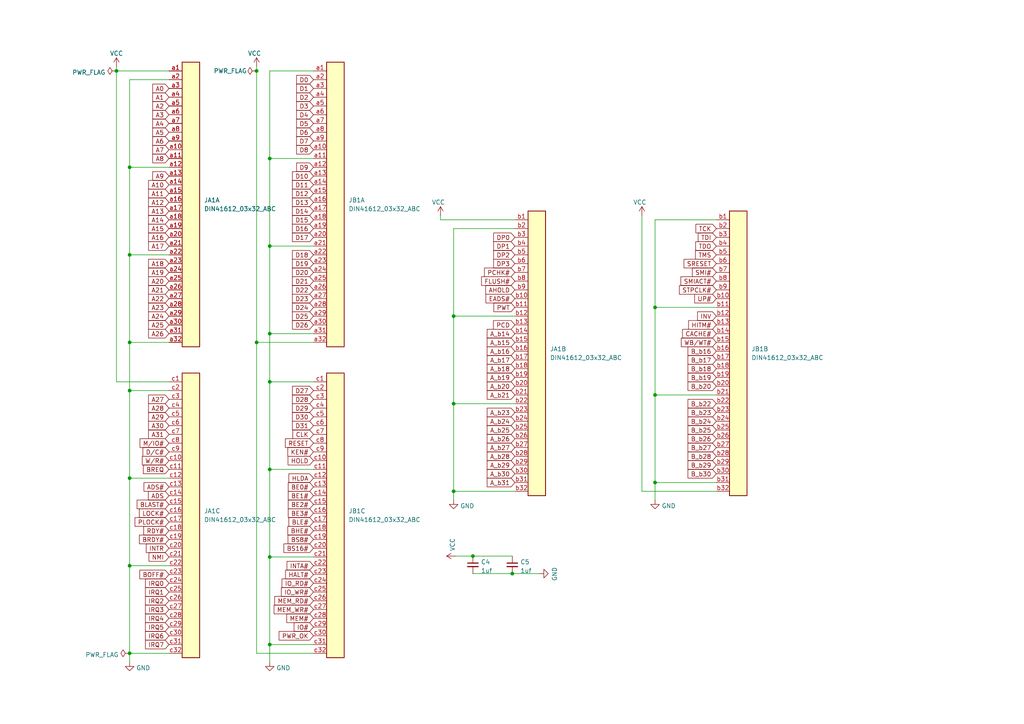
<source format=kicad_sch>
(kicad_sch (version 20211123) (generator eeschema)
  (paper "A4")
  (lib_symbols
    (symbol "Device:C_Small" (pin_numbers hide) (pin_names (offset 0.254) hide)
      (property "Reference" "C" (at 0.254 1.778 0))
      (property "Value" "C_Small" (at 0.254 -2.032 0))
      (symbol "C_Small_0_1"
        (polyline (pts (xy -1.524 -0.508) (xy 1.524 -0.508)) (stroke (width 0.3302)))
        (polyline (pts (xy -1.524 0.508) (xy 1.524 0.508)) (stroke (width 0.3048)))
      )
      (symbol "C_Small_1_1"
        (pin passive line (at 0 2.54 270) (length 2.032) (name "~") (number "1"))
        (pin passive line (at 0 -2.54 90) (length 2.032) (name "~") (number "2"))
      )
    )
    (symbol "Private Lib:DIN41612_03x32_ABC"
      (property "Reference" "U" (at 0 0 0))
      (property "Value" "DIN41612_03x32_ABC" (at 0 2.54 0))
      (symbol "DIN41612_03x32_ABC_0_1"
        (rectangle (start -2.54 -2.54) (end 2.54 -85.09) (stroke (width 0.254)) (fill (type background)))
      )
      (symbol "DIN41612_03x32_ABC_1_1"
        (pin passive line (at -6.35 -5.08 0) (length 3.81) (name "") (number "a1"))
        (pin passive line (at -6.35 -27.94 0) (length 3.81) (name "") (number "a10"))
        (pin passive line (at -6.35 -30.48 0) (length 3.81) (name "") (number "a11"))
        (pin passive line (at -6.35 -33.02 0) (length 3.81) (name "") (number "a12"))
        (pin passive line (at -6.35 -35.56 0) (length 3.81) (name "") (number "a13"))
        (pin passive line (at -6.35 -38.1 0) (length 3.81) (name "") (number "a14"))
        (pin passive line (at -6.35 -40.64 0) (length 3.81) (name "") (number "a15"))
        (pin passive line (at -6.35 -43.18 0) (length 3.81) (name "") (number "a16"))
        (pin passive line (at -6.35 -45.72 0) (length 3.81) (name "") (number "a17"))
        (pin passive line (at -6.35 -48.26 0) (length 3.81) (name "") (number "a18"))
        (pin passive line (at -6.35 -50.8 0) (length 3.81) (name "") (number "a19"))
        (pin passive line (at -6.35 -7.62 0) (length 3.81) (name "") (number "a2"))
        (pin passive line (at -6.35 -53.34 0) (length 3.81) (name "") (number "a20"))
        (pin passive line (at -6.35 -55.88 0) (length 3.81) (name "") (number "a21"))
        (pin passive line (at -6.35 -58.42 0) (length 3.81) (name "") (number "a22"))
        (pin passive line (at -6.35 -60.96 0) (length 3.81) (name "") (number "a23"))
        (pin passive line (at -6.35 -63.5 0) (length 3.81) (name "") (number "a24"))
        (pin passive line (at -6.35 -66.04 0) (length 3.81) (name "") (number "a25"))
        (pin passive line (at -6.35 -68.58 0) (length 3.81) (name "") (number "a26"))
        (pin passive line (at -6.35 -71.12 0) (length 3.81) (name "") (number "a27"))
        (pin passive line (at -6.35 -73.66 0) (length 3.81) (name "") (number "a28"))
        (pin passive line (at -6.35 -76.2 0) (length 3.81) (name "") (number "a29"))
        (pin passive line (at -6.35 -10.16 0) (length 3.81) (name "") (number "a3"))
        (pin passive line (at -6.35 -78.74 0) (length 3.81) (name "") (number "a30"))
        (pin passive line (at -6.35 -81.28 0) (length 3.81) (name "") (number "a31"))
        (pin passive line (at -6.35 -83.82 0) (length 3.81) (name "") (number "a32"))
        (pin passive line (at -6.35 -12.7 0) (length 3.81) (name "") (number "a4"))
        (pin passive line (at -6.35 -15.24 0) (length 3.81) (name "") (number "a5"))
        (pin passive line (at -6.35 -17.78 0) (length 3.81) (name "") (number "a6"))
        (pin passive line (at -6.35 -20.32 0) (length 3.81) (name "") (number "a7"))
        (pin passive line (at -6.35 -22.86 0) (length 3.81) (name "") (number "a8"))
        (pin passive line (at -6.35 -25.4 0) (length 3.81) (name "") (number "a9"))
      )
      (symbol "DIN41612_03x32_ABC_2_1"
        (pin passive line (at -6.35 -5.08 0) (length 3.81) (name "") (number "b1"))
        (pin passive line (at -6.35 -27.94 0) (length 3.81) (name "") (number "b10"))
        (pin passive line (at -6.35 -30.48 0) (length 3.81) (name "") (number "b11"))
        (pin passive line (at -6.35 -33.02 0) (length 3.81) (name "") (number "b12"))
        (pin passive line (at -6.35 -35.56 0) (length 3.81) (name "") (number "b13"))
        (pin passive line (at -6.35 -38.1 0) (length 3.81) (name "") (number "b14"))
        (pin passive line (at -6.35 -40.64 0) (length 3.81) (name "") (number "b15"))
        (pin passive line (at -6.35 -43.18 0) (length 3.81) (name "") (number "b16"))
        (pin passive line (at -6.35 -45.72 0) (length 3.81) (name "") (number "b17"))
        (pin passive line (at -6.35 -48.26 0) (length 3.81) (name "") (number "b18"))
        (pin passive line (at -6.35 -50.8 0) (length 3.81) (name "") (number "b19"))
        (pin passive line (at -6.35 -7.62 0) (length 3.81) (name "") (number "b2"))
        (pin passive line (at -6.35 -53.34 0) (length 3.81) (name "") (number "b20"))
        (pin passive line (at -6.35 -55.88 0) (length 3.81) (name "") (number "b21"))
        (pin passive line (at -6.35 -58.42 0) (length 3.81) (name "") (number "b22"))
        (pin passive line (at -6.35 -60.96 0) (length 3.81) (name "") (number "b23"))
        (pin passive line (at -6.35 -63.5 0) (length 3.81) (name "") (number "b24"))
        (pin passive line (at -6.35 -66.04 0) (length 3.81) (name "") (number "b25"))
        (pin passive line (at -6.35 -68.58 0) (length 3.81) (name "") (number "b26"))
        (pin passive line (at -6.35 -71.12 0) (length 3.81) (name "") (number "b27"))
        (pin passive line (at -6.35 -73.66 0) (length 3.81) (name "") (number "b28"))
        (pin passive line (at -6.35 -76.2 0) (length 3.81) (name "") (number "b29"))
        (pin passive line (at -6.35 -10.16 0) (length 3.81) (name "") (number "b3"))
        (pin passive line (at -6.35 -78.74 0) (length 3.81) (name "") (number "b30"))
        (pin passive line (at -6.35 -81.28 0) (length 3.81) (name "") (number "b31"))
        (pin passive line (at -6.35 -83.82 0) (length 3.81) (name "") (number "b32"))
        (pin passive line (at -6.35 -12.7 0) (length 3.81) (name "") (number "b4"))
        (pin passive line (at -6.35 -15.24 0) (length 3.81) (name "") (number "b5"))
        (pin passive line (at -6.35 -17.78 0) (length 3.81) (name "") (number "b6"))
        (pin passive line (at -6.35 -20.32 0) (length 3.81) (name "") (number "b7"))
        (pin passive line (at -6.35 -22.86 0) (length 3.81) (name "") (number "b8"))
        (pin passive line (at -6.35 -25.4 0) (length 3.81) (name "") (number "b9"))
      )
      (symbol "DIN41612_03x32_ABC_3_1"
        (pin passive line (at -6.35 -5.08 0) (length 3.81) (name "") (number "c1"))
        (pin passive line (at -6.35 -27.94 0) (length 3.81) (name "") (number "c10"))
        (pin passive line (at -6.35 -30.48 0) (length 3.81) (name "") (number "c11"))
        (pin passive line (at -6.35 -33.02 0) (length 3.81) (name "") (number "c12"))
        (pin passive line (at -6.35 -35.56 0) (length 3.81) (name "") (number "c13"))
        (pin passive line (at -6.35 -38.1 0) (length 3.81) (name "") (number "c14"))
        (pin passive line (at -6.35 -40.64 0) (length 3.81) (name "") (number "c15"))
        (pin passive line (at -6.35 -43.18 0) (length 3.81) (name "") (number "c16"))
        (pin passive line (at -6.35 -45.72 0) (length 3.81) (name "") (number "c17"))
        (pin passive line (at -6.35 -48.26 0) (length 3.81) (name "") (number "c18"))
        (pin passive line (at -6.35 -50.8 0) (length 3.81) (name "") (number "c19"))
        (pin passive line (at -6.35 -7.62 0) (length 3.81) (name "") (number "c2"))
        (pin passive line (at -6.35 -53.34 0) (length 3.81) (name "") (number "c20"))
        (pin passive line (at -6.35 -55.88 0) (length 3.81) (name "") (number "c21"))
        (pin passive line (at -6.35 -58.42 0) (length 3.81) (name "") (number "c22"))
        (pin passive line (at -6.35 -60.96 0) (length 3.81) (name "") (number "c23"))
        (pin passive line (at -6.35 -63.5 0) (length 3.81) (name "") (number "c24"))
        (pin passive line (at -6.35 -66.04 0) (length 3.81) (name "") (number "c25"))
        (pin passive line (at -6.35 -68.58 0) (length 3.81) (name "") (number "c26"))
        (pin passive line (at -6.35 -71.12 0) (length 3.81) (name "") (number "c27"))
        (pin passive line (at -6.35 -73.66 0) (length 3.81) (name "") (number "c28"))
        (pin passive line (at -6.35 -76.2 0) (length 3.81) (name "") (number "c29"))
        (pin passive line (at -6.35 -10.16 0) (length 3.81) (name "") (number "c3"))
        (pin passive line (at -6.35 -78.74 0) (length 3.81) (name "") (number "c30"))
        (pin passive line (at -6.35 -81.28 0) (length 3.81) (name "") (number "c31"))
        (pin passive line (at -6.35 -83.82 0) (length 3.81) (name "") (number "c32"))
        (pin passive line (at -6.35 -12.7 0) (length 3.81) (name "") (number "c4"))
        (pin passive line (at -6.35 -15.24 0) (length 3.81) (name "") (number "c5"))
        (pin passive line (at -6.35 -17.78 0) (length 3.81) (name "") (number "c6"))
        (pin passive line (at -6.35 -20.32 0) (length 3.81) (name "") (number "c7"))
        (pin passive line (at -6.35 -22.86 0) (length 3.81) (name "") (number "c8"))
        (pin passive line (at -6.35 -25.4 0) (length 3.81) (name "") (number "c9"))
      )
    )
    (symbol "power:GND" (power) (pin_names (offset 0))
      (property "Value" "GND" (at 0 -3.81 0))
      (symbol "GND_0_1"
        (polyline (pts (xy 0 0) (xy 0 -1.27) (xy 1.27 -1.27) (xy 0 -2.54) (xy -1.27 -1.27) (xy 0 -1.27)))
      )
      (symbol "GND_1_1"
        (pin power_in line (at 0 0 270) (length 0) hide (name "GND") (number "1"))
      )
    )
    (symbol "power:PWR_FLAG" (power) (pin_numbers hide) (pin_names (offset 0) hide)
      (property "Value" "PWR_FLAG" (at 0 3.81 0))
      (symbol "PWR_FLAG_0_0"
        (pin power_out line (at 0 0 90) (length 0) (name "pwr") (number "1"))
      )
      (symbol "PWR_FLAG_0_1"
        (polyline (pts (xy 0 0) (xy 0 1.27) (xy -1.016 1.905) (xy 0 2.54) (xy 1.016 1.905) (xy 0 1.27)))
      )
    )
    (symbol "power:VCC" (power) (pin_names (offset 0))
      (property "Value" "VCC" (at 0 3.81 0))
      (symbol "VCC_0_1"
        (polyline (pts (xy -0.762 1.27) (xy 0 2.54)))
        (polyline (pts (xy 0 0) (xy 0 2.54)))
        (polyline (pts (xy 0 2.54) (xy 0.762 1.27)))
      )
      (symbol "VCC_1_1"
        (pin power_in line (at 0 0 90) (length 0) hide (name "VCC") (number "1"))
      )
    )
  )
  (junction (at 37.592 48.514))
  (junction (at 37.592 164.084))
  (junction (at 131.572 91.694))
  (junction (at 78.232 96.774))
  (junction (at 78.232 186.944))
  (junction (at 37.592 113.284))
  (junction (at 37.592 138.684))
  (junction (at 74.422 20.574))
  (junction (at 189.992 139.954))
  (junction (at 78.232 136.144))
  (junction (at 74.422 99.314))
  (junction (at 78.232 71.374))
  (junction (at 189.992 114.554))
  (junction (at 78.232 45.974))
  (junction (at 37.592 73.914))
  (junction (at 148.59 166.37))
  (junction (at 37.592 99.314))
  (junction (at 189.992 89.154))
  (junction (at 33.782 20.574))
  (junction (at 137.16 161.29))
  (junction (at 37.592 189.484))
  (junction (at 78.232 161.544))
  (junction (at 131.572 117.094))
  (junction (at 78.232 110.744))
  (junction (at 131.572 142.494))
  (wire (pts (xy 33.782 20.574) (xy 49.022 20.574)))
  (wire (pts (xy 37.592 73.914) (xy 49.022 73.914)))
  (wire (pts (xy 131.572 66.294) (xy 131.572 91.694)))
  (wire (pts (xy 131.572 91.694) (xy 149.352 91.694)))
  (wire (pts (xy 78.232 20.574) (xy 78.232 45.974)))
  (wire (pts (xy 74.422 99.314) (xy 74.422 189.484)))
  (wire (pts (xy 78.232 71.374) (xy 90.932 71.374)))
  (wire (pts (xy 207.772 142.494) (xy 186.182 142.494)))
  (wire (pts (xy 37.592 192.024) (xy 37.592 189.484)))
  (wire (pts (xy 37.592 138.684) (xy 37.592 164.084)))
  (wire (pts (xy 33.782 19.304) (xy 33.782 20.574)))
  (wire (pts (xy 37.592 164.084) (xy 37.592 189.484)))
  (wire (pts (xy 78.232 136.144) (xy 90.932 136.144)))
  (wire (pts (xy 78.232 45.974) (xy 78.232 71.374)))
  (wire (pts (xy 74.422 99.314) (xy 90.932 99.314)))
  (wire (pts (xy 148.59 166.37) (xy 156.464 166.37)))
  (wire (pts (xy 127.762 62.484) (xy 127.762 63.754)))
  (wire (pts (xy 78.232 45.974) (xy 90.932 45.974)))
  (wire (pts (xy 37.592 138.684) (xy 49.022 138.684)))
  (wire (pts (xy 37.592 48.514) (xy 49.022 48.514)))
  (wire (pts (xy 189.992 114.554) (xy 189.992 139.954)))
  (wire (pts (xy 37.592 164.084) (xy 49.022 164.084)))
  (wire (pts (xy 49.022 23.114) (xy 37.592 23.114)))
  (wire (pts (xy 78.232 71.374) (xy 78.232 96.774)))
  (wire (pts (xy 132.08 161.29) (xy 137.16 161.29)))
  (wire (pts (xy 37.592 99.314) (xy 49.022 99.314)))
  (wire (pts (xy 189.992 89.154) (xy 207.772 89.154)))
  (wire (pts (xy 37.592 113.284) (xy 49.022 113.284)))
  (wire (pts (xy 186.182 62.484) (xy 186.182 142.494)))
  (wire (pts (xy 78.232 136.144) (xy 78.232 161.544)))
  (wire (pts (xy 207.772 139.954) (xy 189.992 139.954)))
  (wire (pts (xy 37.592 113.284) (xy 37.592 138.684)))
  (wire (pts (xy 189.992 63.754) (xy 189.992 89.154)))
  (wire (pts (xy 78.232 110.744) (xy 78.232 136.144)))
  (wire (pts (xy 189.992 89.154) (xy 189.992 114.554)))
  (wire (pts (xy 131.572 117.094) (xy 131.572 142.494)))
  (wire (pts (xy 78.232 161.544) (xy 78.232 186.944)))
  (wire (pts (xy 207.772 63.754) (xy 189.992 63.754)))
  (wire (pts (xy 149.352 66.294) (xy 131.572 66.294)))
  (wire (pts (xy 78.232 110.744) (xy 90.932 110.744)))
  (wire (pts (xy 90.932 20.574) (xy 78.232 20.574)))
  (wire (pts (xy 33.782 110.744) (xy 49.022 110.744)))
  (wire (pts (xy 131.572 91.694) (xy 131.572 117.094)))
  (wire (pts (xy 37.592 189.484) (xy 49.022 189.484)))
  (wire (pts (xy 74.422 19.304) (xy 74.422 20.574)))
  (wire (pts (xy 149.352 117.094) (xy 131.572 117.094)))
  (wire (pts (xy 189.992 139.954) (xy 189.992 145.034)))
  (wire (pts (xy 127.762 63.754) (xy 149.352 63.754)))
  (wire (pts (xy 78.232 186.944) (xy 90.932 186.944)))
  (wire (pts (xy 78.232 161.544) (xy 90.932 161.544)))
  (wire (pts (xy 149.352 142.494) (xy 131.572 142.494)))
  (wire (pts (xy 74.422 189.484) (xy 90.932 189.484)))
  (wire (pts (xy 137.16 161.29) (xy 148.59 161.29)))
  (wire (pts (xy 37.592 99.314) (xy 37.592 113.284)))
  (wire (pts (xy 37.592 73.914) (xy 37.592 99.314)))
  (wire (pts (xy 74.422 20.574) (xy 74.422 99.314)))
  (wire (pts (xy 131.572 145.034) (xy 131.572 142.494)))
  (wire (pts (xy 207.772 114.554) (xy 189.992 114.554)))
  (wire (pts (xy 78.232 96.774) (xy 90.932 96.774)))
  (wire (pts (xy 37.592 23.114) (xy 37.592 48.514)))
  (wire (pts (xy 33.782 20.574) (xy 33.782 110.744)))
  (wire (pts (xy 37.592 48.514) (xy 37.592 73.914)))
  (wire (pts (xy 78.232 96.774) (xy 78.232 110.744)))
  (wire (pts (xy 137.16 166.37) (xy 148.59 166.37)))
  (wire (pts (xy 78.232 186.944) (xy 78.232 192.024)))
  (global_label "HITM#" (shape input) (at 207.772 94.234 180) (property "Intersheet References" "${INTERSHEET_REFS}" (effects hide)))
  (global_label "KEN#" (shape input) (at 90.932 131.064 180) (property "Intersheet References" "${INTERSHEET_REFS}" (effects hide)))
  (global_label "SRESET" (shape input) (at 207.772 76.454 180) (property "Intersheet References" "${INTERSHEET_REFS}" (effects hide)))
  (global_label "B_b16" (shape input) (at 207.772 101.854 180) (property "Intersheet References" "${INTERSHEET_REFS}" (effects hide)))
  (global_label "A7" (shape input) (at 49.022 43.434 180) (property "Intersheet References" "${INTERSHEET_REFS}" (effects hide)))
  (global_label "A21" (shape input) (at 49.022 84.074 180) (property "Intersheet References" "${INTERSHEET_REFS}" (effects hide)))
  (global_label "BE3#" (shape input) (at 90.932 148.844 180) (property "Intersheet References" "${INTERSHEET_REFS}" (effects hide)))
  (global_label "D4" (shape input) (at 90.932 33.274 180) (property "Intersheet References" "${INTERSHEET_REFS}" (effects hide)))
  (global_label "IRQ7" (shape input) (at 49.022 186.944 180) (property "Intersheet References" "${INTERSHEET_REFS}" (effects hide)))
  (global_label "EADS#" (shape input) (at 149.352 86.614 180) (property "Intersheet References" "${INTERSHEET_REFS}" (effects hide)))
  (global_label "A31" (shape input) (at 49.022 125.984 180) (property "Intersheet References" "${INTERSHEET_REFS}" (effects hide)))
  (global_label "PCHK#" (shape input) (at 149.352 78.994 180) (property "Intersheet References" "${INTERSHEET_REFS}" (effects hide)))
  (global_label "D6" (shape input) (at 90.932 38.354 180) (property "Intersheet References" "${INTERSHEET_REFS}" (effects hide)))
  (global_label "SMIACT#" (shape input) (at 207.772 81.534 180) (property "Intersheet References" "${INTERSHEET_REFS}" (effects hide)))
  (global_label "D26" (shape input) (at 90.932 94.234 180) (property "Intersheet References" "${INTERSHEET_REFS}" (effects hide)))
  (global_label "B_b28" (shape input) (at 207.772 132.334 180) (property "Intersheet References" "${INTERSHEET_REFS}" (effects hide)))
  (global_label "TDO" (shape input) (at 207.772 71.374 180) (property "Intersheet References" "${INTERSHEET_REFS}" (effects hide)))
  (global_label "A3" (shape input) (at 49.022 33.274 180) (property "Intersheet References" "${INTERSHEET_REFS}" (effects hide)))
  (global_label "A_b14" (shape input) (at 149.352 96.774 180) (property "Intersheet References" "${INTERSHEET_REFS}" (effects hide)))
  (global_label "A15" (shape input) (at 49.022 66.294 180) (property "Intersheet References" "${INTERSHEET_REFS}" (effects hide)))
  (global_label "D9" (shape input) (at 90.932 48.514 180) (property "Intersheet References" "${INTERSHEET_REFS}" (effects hide)))
  (global_label "A16" (shape input) (at 49.022 68.834 180) (property "Intersheet References" "${INTERSHEET_REFS}" (effects hide)))
  (global_label "A_b16" (shape input) (at 149.352 101.854 180) (property "Intersheet References" "${INTERSHEET_REFS}" (effects hide)))
  (global_label "D24" (shape input) (at 90.932 89.154 180) (property "Intersheet References" "${INTERSHEET_REFS}" (effects hide)))
  (global_label "B_b26" (shape input) (at 207.772 127.254 180) (property "Intersheet References" "${INTERSHEET_REFS}" (effects hide)))
  (global_label "MEM#" (shape input) (at 90.932 179.324 180) (property "Intersheet References" "${INTERSHEET_REFS}" (effects hide)))
  (global_label "D31" (shape input) (at 90.932 123.444 180) (property "Intersheet References" "${INTERSHEET_REFS}" (effects hide)))
  (global_label "BLE#" (shape input) (at 90.932 151.384 180) (property "Intersheet References" "${INTERSHEET_REFS}" (effects hide)))
  (global_label "D25" (shape input) (at 90.932 91.694 180) (property "Intersheet References" "${INTERSHEET_REFS}" (effects hide)))
  (global_label "D5" (shape input) (at 90.932 35.814 180) (property "Intersheet References" "${INTERSHEET_REFS}" (effects hide)))
  (global_label "D29" (shape input) (at 90.932 118.364 180) (property "Intersheet References" "${INTERSHEET_REFS}" (effects hide)))
  (global_label "B_b24" (shape input) (at 207.772 122.174 180) (property "Intersheet References" "${INTERSHEET_REFS}" (effects hide)))
  (global_label "ADS#" (shape input) (at 49.022 141.224 180) (property "Intersheet References" "${INTERSHEET_REFS}" (effects hide)))
  (global_label "A25" (shape input) (at 49.022 94.234 180) (property "Intersheet References" "${INTERSHEET_REFS}" (effects hide)))
  (global_label "A_b21" (shape input) (at 149.352 114.554 180) (property "Intersheet References" "${INTERSHEET_REFS}" (effects hide)))
  (global_label "DP3" (shape input) (at 149.352 76.454 180) (property "Intersheet References" "${INTERSHEET_REFS}" (effects hide)))
  (global_label "A_b23" (shape input) (at 149.352 119.634 180) (property "Intersheet References" "${INTERSHEET_REFS}" (effects hide)))
  (global_label "BREQ" (shape input) (at 49.022 136.144 180) (property "Intersheet References" "${INTERSHEET_REFS}" (effects hide)))
  (global_label "DP1" (shape input) (at 149.352 71.374 180) (property "Intersheet References" "${INTERSHEET_REFS}" (effects hide)))
  (global_label "TDI" (shape input) (at 207.772 68.834 180) (property "Intersheet References" "${INTERSHEET_REFS}" (effects hide)))
  (global_label "D27" (shape input) (at 90.932 113.284 180) (property "Intersheet References" "${INTERSHEET_REFS}" (effects hide)))
  (global_label "A2" (shape input) (at 49.022 30.734 180) (property "Intersheet References" "${INTERSHEET_REFS}" (effects hide)))
  (global_label "D18" (shape input) (at 90.932 73.914 180) (property "Intersheet References" "${INTERSHEET_REFS}" (effects hide)))
  (global_label "IO_RD#" (shape input) (at 90.932 169.164 180) (property "Intersheet References" "${INTERSHEET_REFS}" (effects hide)))
  (global_label "ADS" (shape input) (at 49.022 143.764 180) (property "Intersheet References" "${INTERSHEET_REFS}" (effects hide)))
  (global_label "A13" (shape input) (at 49.022 61.214 180) (property "Intersheet References" "${INTERSHEET_REFS}" (effects hide)))
  (global_label "D19" (shape input) (at 90.932 76.454 180) (property "Intersheet References" "${INTERSHEET_REFS}" (effects hide)))
  (global_label "A8" (shape input) (at 49.022 45.974 180) (property "Intersheet References" "${INTERSHEET_REFS}" (effects hide)))
  (global_label "B_b29" (shape input) (at 207.772 134.874 180) (property "Intersheet References" "${INTERSHEET_REFS}" (effects hide)))
  (global_label "A30" (shape input) (at 49.022 123.444 180) (property "Intersheet References" "${INTERSHEET_REFS}" (effects hide)))
  (global_label "A_b24" (shape input) (at 149.352 122.174 180) (property "Intersheet References" "${INTERSHEET_REFS}" (effects hide)))
  (global_label "D7" (shape input) (at 90.932 40.894 180) (property "Intersheet References" "${INTERSHEET_REFS}" (effects hide)))
  (global_label "A29" (shape input) (at 49.022 120.904 180) (property "Intersheet References" "${INTERSHEET_REFS}" (effects hide)))
  (global_label "D28" (shape input) (at 90.932 115.824 180) (property "Intersheet References" "${INTERSHEET_REFS}" (effects hide)))
  (global_label "DP0" (shape input) (at 149.352 68.834 180) (property "Intersheet References" "${INTERSHEET_REFS}" (effects hide)))
  (global_label "BRDY#" (shape input) (at 49.022 156.464 180) (property "Intersheet References" "${INTERSHEET_REFS}" (effects hide)))
  (global_label "A28" (shape input) (at 49.022 118.364 180) (property "Intersheet References" "${INTERSHEET_REFS}" (effects hide)))
  (global_label "A18" (shape input) (at 49.022 76.454 180) (property "Intersheet References" "${INTERSHEET_REFS}" (effects hide)))
  (global_label "BHE#" (shape input) (at 90.932 153.924 180) (property "Intersheet References" "${INTERSHEET_REFS}" (effects hide)))
  (global_label "D3" (shape input) (at 90.932 30.734 180) (property "Intersheet References" "${INTERSHEET_REFS}" (effects hide)))
  (global_label "CLK" (shape input) (at 90.932 125.984 180) (property "Intersheet References" "${INTERSHEET_REFS}" (effects hide)))
  (global_label "B_b18" (shape input) (at 207.772 106.934 180) (property "Intersheet References" "${INTERSHEET_REFS}" (effects hide)))
  (global_label "BE1#" (shape input) (at 90.932 143.764 180) (property "Intersheet References" "${INTERSHEET_REFS}" (effects hide)))
  (global_label "A12" (shape input) (at 49.022 58.674 180) (property "Intersheet References" "${INTERSHEET_REFS}" (effects hide)))
  (global_label "B_b19" (shape input) (at 207.772 109.474 180) (property "Intersheet References" "${INTERSHEET_REFS}" (effects hide)))
  (global_label "TCK" (shape input) (at 207.772 66.294 180) (property "Intersheet References" "${INTERSHEET_REFS}" (effects hide)))
  (global_label "A_b25" (shape input) (at 149.352 124.714 180) (property "Intersheet References" "${INTERSHEET_REFS}" (effects hide)))
  (global_label "CACHE#" (shape input) (at 207.772 96.774 180) (property "Intersheet References" "${INTERSHEET_REFS}" (effects hide)))
  (global_label "A24" (shape input) (at 49.022 91.694 180) (property "Intersheet References" "${INTERSHEET_REFS}" (effects hide)))
  (global_label "A_b30" (shape input) (at 149.352 137.414 180) (property "Intersheet References" "${INTERSHEET_REFS}" (effects hide)))
  (global_label "IO#" (shape input) (at 90.932 181.864 180) (property "Intersheet References" "${INTERSHEET_REFS}" (effects hide)))
  (global_label "IRQ5" (shape input) (at 49.022 181.864 180) (property "Intersheet References" "${INTERSHEET_REFS}" (effects hide)))
  (global_label "BLAST#" (shape input) (at 49.022 146.304 180) (property "Intersheet References" "${INTERSHEET_REFS}" (effects hide)))
  (global_label "D14" (shape input) (at 90.932 61.214 180) (property "Intersheet References" "${INTERSHEET_REFS}" (effects hide)))
  (global_label "IO_WR#" (shape input) (at 90.932 171.704 180) (property "Intersheet References" "${INTERSHEET_REFS}" (effects hide)))
  (global_label "D20" (shape input) (at 90.932 78.994 180) (property "Intersheet References" "${INTERSHEET_REFS}" (effects hide)))
  (global_label "B_b30" (shape input) (at 207.772 137.414 180) (property "Intersheet References" "${INTERSHEET_REFS}" (effects hide)))
  (global_label "D23" (shape input) (at 90.932 86.614 180) (property "Intersheet References" "${INTERSHEET_REFS}" (effects hide)))
  (global_label "IRQ6" (shape input) (at 49.022 184.404 180) (property "Intersheet References" "${INTERSHEET_REFS}" (effects hide)))
  (global_label "D12" (shape input) (at 90.932 56.134 180) (property "Intersheet References" "${INTERSHEET_REFS}" (effects hide)))
  (global_label "PWR_OK" (shape input) (at 90.932 184.404 180) (property "Intersheet References" "${INTERSHEET_REFS}" (effects hide)))
  (global_label "STPCLK#" (shape input) (at 207.772 84.074 180) (property "Intersheet References" "${INTERSHEET_REFS}" (effects hide)))
  (global_label "MEM_WR#" (shape input) (at 90.932 176.784 180) (property "Intersheet References" "${INTERSHEET_REFS}" (effects hide)))
  (global_label "INTR" (shape input) (at 49.022 159.004 180) (property "Intersheet References" "${INTERSHEET_REFS}" (effects hide)))
  (global_label "RDY#" (shape input) (at 49.022 153.924 180) (property "Intersheet References" "${INTERSHEET_REFS}" (effects hide)))
  (global_label "PCD" (shape input) (at 149.352 94.234 180) (property "Intersheet References" "${INTERSHEET_REFS}" (effects hide)))
  (global_label "A_b29" (shape input) (at 149.352 134.874 180) (property "Intersheet References" "${INTERSHEET_REFS}" (effects hide)))
  (global_label "BE2#" (shape input) (at 90.932 146.304 180) (property "Intersheet References" "${INTERSHEET_REFS}" (effects hide)))
  (global_label "BS16#" (shape input) (at 90.932 159.004 180) (property "Intersheet References" "${INTERSHEET_REFS}" (effects hide)))
  (global_label "B_b25" (shape input) (at 207.772 124.714 180) (property "Intersheet References" "${INTERSHEET_REFS}" (effects hide)))
  (global_label "A_b18" (shape input) (at 149.352 106.934 180) (property "Intersheet References" "${INTERSHEET_REFS}" (effects hide)))
  (global_label "HOLD" (shape input) (at 90.932 133.604 180) (property "Intersheet References" "${INTERSHEET_REFS}" (effects hide)))
  (global_label "D22" (shape input) (at 90.932 84.074 180) (property "Intersheet References" "${INTERSHEET_REFS}" (effects hide)))
  (global_label "PLOCK#" (shape input) (at 49.022 151.384 180) (property "Intersheet References" "${INTERSHEET_REFS}" (effects hide)))
  (global_label "A_b28" (shape input) (at 149.352 132.334 180) (property "Intersheet References" "${INTERSHEET_REFS}" (effects hide)))
  (global_label "A11" (shape input) (at 49.022 56.134 180) (property "Intersheet References" "${INTERSHEET_REFS}" (effects hide)))
  (global_label "A6" (shape input) (at 49.022 40.894 180) (property "Intersheet References" "${INTERSHEET_REFS}" (effects hide)))
  (global_label "W{slash}R#" (shape input) (at 49.022 133.604 180) (property "Intersheet References" "${INTERSHEET_REFS}" (effects hide)))
  (global_label "D8" (shape input) (at 90.932 43.434 180) (property "Intersheet References" "${INTERSHEET_REFS}" (effects hide)))
  (global_label "BOFF#" (shape input) (at 49.022 166.624 180) (property "Intersheet References" "${INTERSHEET_REFS}" (effects hide)))
  (global_label "B_b23" (shape input) (at 207.772 119.634 180) (property "Intersheet References" "${INTERSHEET_REFS}" (effects hide)))
  (global_label "A9" (shape input) (at 49.022 51.054 180) (property "Intersheet References" "${INTERSHEET_REFS}" (effects hide)))
  (global_label "A_b26" (shape input) (at 149.352 127.254 180) (property "Intersheet References" "${INTERSHEET_REFS}" (effects hide)))
  (global_label "D{slash}C#" (shape input) (at 49.022 131.064 180) (property "Intersheet References" "${INTERSHEET_REFS}" (effects hide)))
  (global_label "A10" (shape input) (at 49.022 53.594 180) (property "Intersheet References" "${INTERSHEET_REFS}" (effects hide)))
  (global_label "LOCK#" (shape input) (at 49.022 148.844 180) (property "Intersheet References" "${INTERSHEET_REFS}" (effects hide)))
  (global_label "HLDA" (shape input) (at 90.932 138.684 180) (property "Intersheet References" "${INTERSHEET_REFS}" (effects hide)))
  (global_label "IRQ0" (shape input) (at 49.022 169.164 180) (property "Intersheet References" "${INTERSHEET_REFS}" (effects hide)))
  (global_label "BS8#" (shape input) (at 90.932 156.464 180) (property "Intersheet References" "${INTERSHEET_REFS}" (effects hide)))
  (global_label "D30" (shape input) (at 90.932 120.904 180) (property "Intersheet References" "${INTERSHEET_REFS}" (effects hide)))
  (global_label "A19" (shape input) (at 49.022 78.994 180) (property "Intersheet References" "${INTERSHEET_REFS}" (effects hide)))
  (global_label "A20" (shape input) (at 49.022 81.534 180) (property "Intersheet References" "${INTERSHEET_REFS}" (effects hide)))
  (global_label "TMS" (shape input) (at 207.772 73.914 180) (property "Intersheet References" "${INTERSHEET_REFS}" (effects hide)))
  (global_label "SMI#" (shape input) (at 207.772 78.994 180) (property "Intersheet References" "${INTERSHEET_REFS}" (effects hide)))
  (global_label "A27" (shape input) (at 49.022 115.824 180) (property "Intersheet References" "${INTERSHEET_REFS}" (effects hide)))
  (global_label "DP2" (shape input) (at 149.352 73.914 180) (property "Intersheet References" "${INTERSHEET_REFS}" (effects hide)))
  (global_label "A0" (shape input) (at 49.022 25.654 180) (property "Intersheet References" "${INTERSHEET_REFS}" (effects hide)))
  (global_label "IRQ4" (shape input) (at 49.022 179.324 180) (property "Intersheet References" "${INTERSHEET_REFS}" (effects hide)))
  (global_label "B_b27" (shape input) (at 207.772 129.794 180) (property "Intersheet References" "${INTERSHEET_REFS}" (effects hide)))
  (global_label "INV" (shape input) (at 207.772 91.694 180) (property "Intersheet References" "${INTERSHEET_REFS}" (effects hide)))
  (global_label "D21" (shape input) (at 90.932 81.534 180) (property "Intersheet References" "${INTERSHEET_REFS}" (effects hide)))
  (global_label "A_b15" (shape input) (at 149.352 99.314 180) (property "Intersheet References" "${INTERSHEET_REFS}" (effects hide)))
  (global_label "IRQ2" (shape input) (at 49.022 174.244 180) (property "Intersheet References" "${INTERSHEET_REFS}" (effects hide)))
  (global_label "A26" (shape input) (at 49.022 96.774 180) (property "Intersheet References" "${INTERSHEET_REFS}" (effects hide)))
  (global_label "BE0#" (shape input) (at 90.932 141.224 180) (property "Intersheet References" "${INTERSHEET_REFS}" (effects hide)))
  (global_label "A22" (shape input) (at 49.022 86.614 180) (property "Intersheet References" "${INTERSHEET_REFS}" (effects hide)))
  (global_label "B_b20" (shape input) (at 207.772 112.014 180) (property "Intersheet References" "${INTERSHEET_REFS}" (effects hide)))
  (global_label "A5" (shape input) (at 49.022 38.354 180) (property "Intersheet References" "${INTERSHEET_REFS}" (effects hide)))
  (global_label "A_b27" (shape input) (at 149.352 129.794 180) (property "Intersheet References" "${INTERSHEET_REFS}" (effects hide)))
  (global_label "A4" (shape input) (at 49.022 35.814 180) (property "Intersheet References" "${INTERSHEET_REFS}" (effects hide)))
  (global_label "PWT" (shape input) (at 149.352 89.154 180) (property "Intersheet References" "${INTERSHEET_REFS}" (effects hide)))
  (global_label "D0" (shape input) (at 90.932 23.114 180) (property "Intersheet References" "${INTERSHEET_REFS}" (effects hide)))
  (global_label "D2" (shape input) (at 90.932 28.194 180) (property "Intersheet References" "${INTERSHEET_REFS}" (effects hide)))
  (global_label "D10" (shape input) (at 90.932 51.054 180) (property "Intersheet References" "${INTERSHEET_REFS}" (effects hide)))
  (global_label "WB{slash}WT#" (shape input) (at 207.772 99.314 180) (property "Intersheet References" "${INTERSHEET_REFS}" (effects hide)))
  (global_label "D1" (shape input) (at 90.932 25.654 180) (property "Intersheet References" "${INTERSHEET_REFS}" (effects hide)))
  (global_label "A14" (shape input) (at 49.022 63.754 180) (property "Intersheet References" "${INTERSHEET_REFS}" (effects hide)))
  (global_label "MEM_RD#" (shape input) (at 90.932 174.244 180) (property "Intersheet References" "${INTERSHEET_REFS}" (effects hide)))
  (global_label "B_b17" (shape input) (at 207.772 104.394 180) (property "Intersheet References" "${INTERSHEET_REFS}" (effects hide)))
  (global_label "INTA#" (shape input) (at 90.932 164.084 180) (property "Intersheet References" "${INTERSHEET_REFS}" (effects hide)))
  (global_label "IRQ3" (shape input) (at 49.022 176.784 180) (property "Intersheet References" "${INTERSHEET_REFS}" (effects hide)))
  (global_label "AHOLD" (shape input) (at 149.352 84.074 180) (property "Intersheet References" "${INTERSHEET_REFS}" (effects hide)))
  (global_label "A_b31" (shape input) (at 149.352 139.954 180) (property "Intersheet References" "${INTERSHEET_REFS}" (effects hide)))
  (global_label "A1" (shape input) (at 49.022 28.194 180) (property "Intersheet References" "${INTERSHEET_REFS}" (effects hide)))
  (global_label "IRQ1" (shape input) (at 49.022 171.704 180) (property "Intersheet References" "${INTERSHEET_REFS}" (effects hide)))
  (global_label "FLUSH#" (shape input) (at 149.352 81.534 180) (property "Intersheet References" "${INTERSHEET_REFS}" (effects hide)))
  (global_label "RESET" (shape input) (at 90.932 128.524 180) (property "Intersheet References" "${INTERSHEET_REFS}" (effects hide)))
  (global_label "UP#" (shape input) (at 207.772 86.614 180) (property "Intersheet References" "${INTERSHEET_REFS}" (effects hide)))
  (global_label "A_b17" (shape input) (at 149.352 104.394 180) (property "Intersheet References" "${INTERSHEET_REFS}" (effects hide)))
  (global_label "A_b20" (shape input) (at 149.352 112.014 180) (property "Intersheet References" "${INTERSHEET_REFS}" (effects hide)))
  (global_label "D13" (shape input) (at 90.932 58.674 180) (property "Intersheet References" "${INTERSHEET_REFS}" (effects hide)))
  (global_label "A17" (shape input) (at 49.022 71.374 180) (property "Intersheet References" "${INTERSHEET_REFS}" (effects hide)))
  (global_label "A23" (shape input) (at 49.022 89.154 180) (property "Intersheet References" "${INTERSHEET_REFS}" (effects hide)))
  (global_label "NMI" (shape input) (at 49.022 161.544 180) (property "Intersheet References" "${INTERSHEET_REFS}" (effects hide)))
  (global_label "D17" (shape input) (at 90.932 68.834 180) (property "Intersheet References" "${INTERSHEET_REFS}" (effects hide)))
  (global_label "D15" (shape input) (at 90.932 63.754 180) (property "Intersheet References" "${INTERSHEET_REFS}" (effects hide)))
  (global_label "HALT#" (shape input) (at 90.932 166.624 180) (property "Intersheet References" "${INTERSHEET_REFS}" (effects hide)))
  (global_label "A_b19" (shape input) (at 149.352 109.474 180) (property "Intersheet References" "${INTERSHEET_REFS}" (effects hide)))
  (global_label "D16" (shape input) (at 90.932 66.294 180) (property "Intersheet References" "${INTERSHEET_REFS}" (effects hide)))
  (global_label "B_b22" (shape input) (at 207.772 117.094 180) (property "Intersheet References" "${INTERSHEET_REFS}" (effects hide)))
  (global_label "M{slash}IO#" (shape input) (at 49.022 128.524 180) (property "Intersheet References" "${INTERSHEET_REFS}" (effects hide)))
  (global_label "D11" (shape input) (at 90.932 53.594 180) (property "Intersheet References" "${INTERSHEET_REFS}" (effects hide)))
  (symbol (lib_id "power:VCC") (at 186.182 62.484 0) (mirror y) (unit 1)
    (property "Reference" "#PWR0107" (effects hide))
    (property "Value" "VCC" (at 183.642 58.674 0) (effects (justify right)))
  )
  (symbol (lib_id "Private Lib:DIN41612_03x32_ABC") (at 55.372 105.664 0) (unit 3)
    (property "Reference" "JA1" (at 59.182 148.2089 0) (effects (justify left)))
    (property "Value" "DIN41612_03x32_ABC" (at 59.182 150.7489 0) (effects (justify left)))
    (property "Footprint" "Connector_DIN:DIN41612_R_3x32_Male_Horizontal_THT" (effects hide))
  )
  (symbol (lib_id "power:VCC") (at 33.782 19.304 0) (mirror y) (unit 1)
    (property "Reference" "#PWR0102" (effects hide))
    (property "Value" "VCC" (at 33.782 15.494 0))
  )
  (symbol (lib_id "Device:C_Small") (at 137.16 163.83 0) (unit 1)
    (property "Reference" "C4" (at 139.4841 163.0016 0) (effects (justify left)))
    (property "Value" "1uf" (at 139.4841 165.5385 0) (effects (justify left)))
    (property "Footprint" "Capacitor_SMD:C_0805_2012Metric_Pad1.18x1.45mm_HandSolder" (effects hide))
  )
  (symbol (lib_id "power:PWR_FLAG") (at 37.592 189.484 90) (unit 1)
    (property "Reference" "#FLG0103" (effects hide))
    (property "Value" "PWR_FLAG" (at 34.4171 189.9178 90) (effects (justify left)))
  )
  (symbol (lib_id "power:GND") (at 131.572 145.034 0) (mirror y) (unit 1)
    (property "Reference" "#PWR0105" (effects hide))
    (property "Value" "GND" (at 133.477 146.7378 0) (effects (justify right)))
  )
  (symbol (lib_id "Private Lib:DIN41612_03x32_ABC") (at 155.702 58.674 0) (unit 2)
    (property "Reference" "JA1" (at 159.512 101.2189 0) (effects (justify left)))
    (property "Value" "DIN41612_03x32_ABC" (at 159.512 103.7589 0) (effects (justify left)))
    (property "Footprint" "Connector_DIN:DIN41612_R_3x32_Male_Horizontal_THT" (effects hide))
  )
  (symbol (lib_id "Private Lib:DIN41612_03x32_ABC") (at 214.122 58.674 0) (unit 2)
    (property "Reference" "JB1" (at 217.932 101.2189 0) (effects (justify left)))
    (property "Value" "DIN41612_03x32_ABC" (at 217.932 103.7589 0) (effects (justify left)))
    (property "Footprint" "Connector_DIN:DIN41612_R_3x32_Male_Horizontal_THT" (effects hide))
  )
  (symbol (lib_id "power:VCC") (at 127.762 62.484 0) (mirror y) (unit 1)
    (property "Reference" "#PWR0108" (effects hide))
    (property "Value" "VCC" (at 125.222 58.674 0) (effects (justify right)))
  )
  (symbol (lib_id "Private Lib:DIN41612_03x32_ABC") (at 97.282 15.494 0) (unit 1)
    (property "Reference" "JB1" (at 101.092 58.0389 0) (effects (justify left)))
    (property "Value" "DIN41612_03x32_ABC" (at 101.092 60.5789 0) (effects (justify left)))
    (property "Footprint" "Connector_DIN:DIN41612_R_3x32_Male_Horizontal_THT" (effects hide))
  )
  (symbol (lib_id "power:GND") (at 37.592 192.024 0) (mirror y) (unit 1)
    (property "Reference" "#PWR0104" (effects hide))
    (property "Value" "GND" (at 39.497 193.7278 0) (effects (justify right)))
  )
  (symbol (lib_id "power:PWR_FLAG") (at 74.422 20.574 90) (unit 1)
    (property "Reference" "#FLG0102" (effects hide))
    (property "Value" "PWR_FLAG" (at 66.802 20.574 90))
  )
  (symbol (lib_id "power:PWR_FLAG") (at 33.782 20.574 90) (unit 1)
    (property "Reference" "#FLG0101" (effects hide))
    (property "Value" "PWR_FLAG" (at 30.6071 21.0078 90) (effects (justify left)))
  )
  (symbol (lib_id "power:GND") (at 156.464 166.37 90) (mirror x) (unit 1)
    (property "Reference" "#PWR030" (effects hide))
    (property "Value" "GND" (at 160.8582 166.497 0))
  )
  (symbol (lib_id "Device:C_Small") (at 148.59 163.83 0) (unit 1)
    (property "Reference" "C5" (at 150.9141 163.0016 0) (effects (justify left)))
    (property "Value" "1uf" (at 150.9141 165.5385 0) (effects (justify left)))
    (property "Footprint" "Capacitor_SMD:C_0805_2012Metric_Pad1.18x1.45mm_HandSolder" (effects hide))
  )
  (symbol (lib_id "power:GND") (at 189.992 145.034 0) (mirror y) (unit 1)
    (property "Reference" "#PWR0106" (effects hide))
    (property "Value" "GND" (at 191.897 146.7378 0) (effects (justify right)))
  )
  (symbol (lib_id "power:GND") (at 78.232 192.024 0) (mirror y) (unit 1)
    (property "Reference" "#PWR0103" (effects hide))
    (property "Value" "GND" (at 80.137 193.7278 0) (effects (justify right)))
  )
  (symbol (lib_id "Private Lib:DIN41612_03x32_ABC") (at 97.282 105.664 0) (unit 3)
    (property "Reference" "JB1" (at 101.092 148.2089 0) (effects (justify left)))
    (property "Value" "DIN41612_03x32_ABC" (at 101.092 150.7489 0) (effects (justify left)))
    (property "Footprint" "Connector_DIN:DIN41612_R_3x32_Male_Horizontal_THT" (effects hide))
  )
  (symbol (lib_id "power:VCC") (at 74.422 19.304 0) (mirror y) (unit 1)
    (property "Reference" "#PWR0101" (effects hide))
    (property "Value" "VCC" (at 71.882 15.494 0) (effects (justify right)))
  )
  (symbol (lib_id "Private Lib:DIN41612_03x32_ABC") (at 55.372 15.494 0) (unit 1)
    (property "Reference" "JA1" (at 59.182 58.0389 0) (effects (justify left)))
    (property "Value" "DIN41612_03x32_ABC" (at 59.182 60.5789 0) (effects (justify left)))
    (property "Footprint" "Connector_DIN:DIN41612_R_3x32_Male_Horizontal_THT" (effects hide))
  )
  (symbol (lib_id "power:VCC") (at 132.08 161.29 90) (mirror x) (unit 1)
    (property "Reference" "#PWR029" (effects hide))
    (property "Value" "VCC" (at 131.2438 159.893 0) (effects (justify right)))
  )
)
</source>
